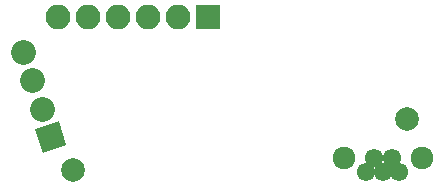
<source format=gts>
G04 #@! TF.FileFunction,Soldermask,Top*
%FSLAX46Y46*%
G04 Gerber Fmt 4.6, Leading zero omitted, Abs format (unit mm)*
G04 Created by KiCad (PCBNEW 4.0.7-e2-6376~58~ubuntu16.04.1) date Sat Jul  7 00:38:20 2018*
%MOMM*%
%LPD*%
G01*
G04 APERTURE LIST*
%ADD10C,0.100000*%
%ADD11C,2.000000*%
%ADD12C,2.100000*%
%ADD13R,2.100000X2.100000*%
%ADD14O,2.100000X2.100000*%
%ADD15C,1.924000*%
%ADD16C,1.550000*%
G04 APERTURE END LIST*
D10*
D11*
X143847820Y-72196960D03*
D10*
G36*
X114337141Y-72376923D02*
X114986077Y-74374141D01*
X112988859Y-75023077D01*
X112339923Y-73025859D01*
X114337141Y-72376923D01*
X114337141Y-72376923D01*
G37*
D12*
X112878097Y-71284316D02*
X112878097Y-71284316D01*
X112093194Y-68868633D02*
X112093194Y-68868633D01*
X111308291Y-66452949D02*
X111308291Y-66452949D01*
D13*
X127000000Y-63500000D03*
D14*
X124460000Y-63500000D03*
X121920000Y-63500000D03*
X119380000Y-63500000D03*
X116840000Y-63500000D03*
X114300000Y-63500000D03*
D11*
X115570000Y-76454000D03*
D15*
X145108500Y-75488800D03*
X138458500Y-75438800D03*
D16*
X140383500Y-76688800D03*
X141783500Y-76688800D03*
X143183500Y-76688800D03*
X141033500Y-75488800D03*
X142533500Y-75488800D03*
M02*

</source>
